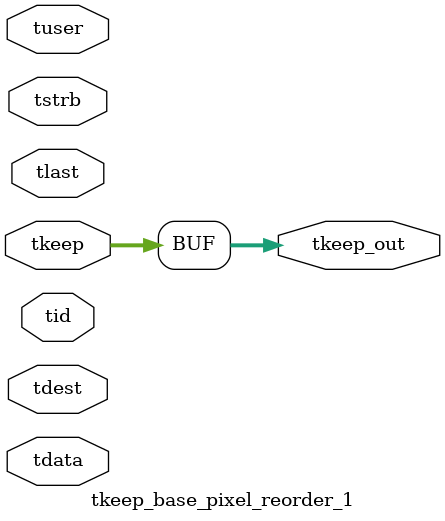
<source format=v>


`timescale 1ps/1ps

module tkeep_base_pixel_reorder_1 #
(
parameter C_S_AXIS_TDATA_WIDTH = 32,
parameter C_S_AXIS_TUSER_WIDTH = 0,
parameter C_S_AXIS_TID_WIDTH   = 0,
parameter C_S_AXIS_TDEST_WIDTH = 0,
parameter C_M_AXIS_TDATA_WIDTH = 32
)
(
input  [(C_S_AXIS_TDATA_WIDTH == 0 ? 1 : C_S_AXIS_TDATA_WIDTH)-1:0     ] tdata,
input  [(C_S_AXIS_TUSER_WIDTH == 0 ? 1 : C_S_AXIS_TUSER_WIDTH)-1:0     ] tuser,
input  [(C_S_AXIS_TID_WIDTH   == 0 ? 1 : C_S_AXIS_TID_WIDTH)-1:0       ] tid,
input  [(C_S_AXIS_TDEST_WIDTH == 0 ? 1 : C_S_AXIS_TDEST_WIDTH)-1:0     ] tdest,
input  [(C_S_AXIS_TDATA_WIDTH/8)-1:0 ] tkeep,
input  [(C_S_AXIS_TDATA_WIDTH/8)-1:0 ] tstrb,
input                                                                    tlast,
output [(C_M_AXIS_TDATA_WIDTH/8)-1:0 ] tkeep_out
);

assign tkeep_out = {tkeep[5:0]};

endmodule


</source>
